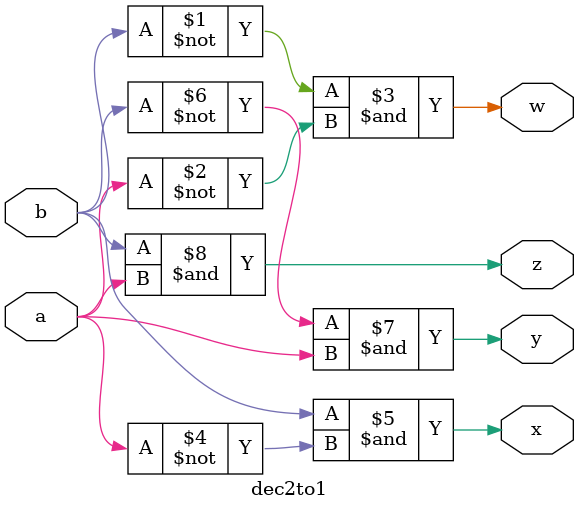
<source format=v>
module dec2to1(a,b,w,x,y,z);
input a,b;
output w,x,y,z;
assign w= ~b & ~a;
assign x= b & ~a;
assign y= ~b & a;
assign z=  b & a;
endmodule
  
</source>
